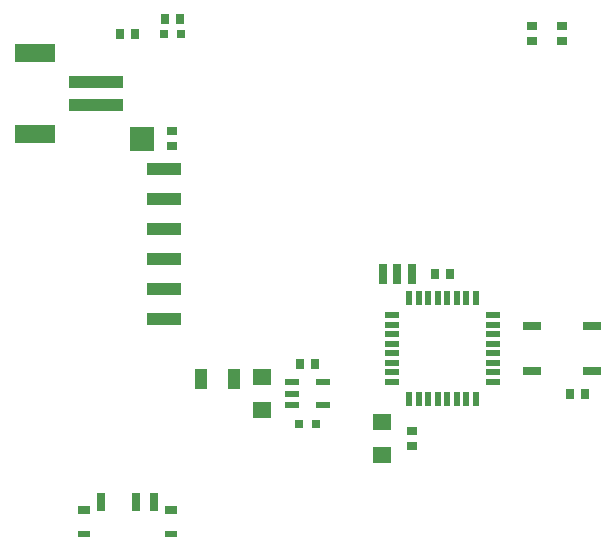
<source format=gbr>
G04 EAGLE Gerber RS-274X export*
G75*
%MOMM*%
%FSLAX34Y34*%
%LPD*%
%INSolderpaste Top*%
%IPPOS*%
%AMOC8*
5,1,8,0,0,1.08239X$1,22.5*%
G01*
%ADD10R,0.900000X0.700000*%
%ADD11R,1.600000X1.400000*%
%ADD12R,0.700000X0.900000*%
%ADD13R,1.000000X1.800000*%
%ADD14R,0.800000X0.800000*%
%ADD15R,1.524000X0.762000*%
%ADD16R,4.600000X1.000000*%
%ADD17R,3.400000X1.600000*%
%ADD18R,1.200000X0.550000*%
%ADD19R,0.700000X1.700000*%
%ADD20R,0.700000X1.500000*%
%ADD21R,1.000000X0.600000*%
%ADD22R,1.000000X0.800000*%
%ADD23R,2.032000X2.032000*%
%ADD24R,3.000000X1.000000*%
%ADD25R,0.558800X1.270000*%
%ADD26R,1.270000X0.558800*%


D10*
X342900Y95400D03*
X342900Y82400D03*
D11*
X317500Y74900D03*
X317500Y102900D03*
D12*
X247500Y152400D03*
X260500Y152400D03*
D13*
X163800Y139700D03*
X191800Y139700D03*
D14*
X261500Y101600D03*
X246500Y101600D03*
D12*
X476100Y127000D03*
X489100Y127000D03*
D15*
X444500Y184150D03*
X495300Y184150D03*
X444500Y146050D03*
X495300Y146050D03*
D12*
X361800Y228600D03*
X374800Y228600D03*
X108100Y431800D03*
X95100Y431800D03*
X146200Y444500D03*
X133200Y444500D03*
D14*
X132200Y431800D03*
X147200Y431800D03*
D16*
X75100Y371000D03*
X75100Y391000D03*
D17*
X23100Y347000D03*
X23100Y415000D03*
D18*
X240999Y136500D03*
X240999Y127000D03*
X240999Y117500D03*
X267001Y117500D03*
X267001Y136500D03*
D11*
X215900Y113000D03*
X215900Y141000D03*
D10*
X444500Y438300D03*
X444500Y425300D03*
X469900Y438300D03*
X469900Y425300D03*
D19*
X318200Y228600D03*
X330200Y228600D03*
X342200Y228600D03*
D20*
X124100Y35280D03*
X109100Y35280D03*
X79100Y35280D03*
D21*
X138100Y7780D03*
D22*
X138100Y28780D03*
D21*
X65100Y7780D03*
D22*
X65100Y28780D03*
D10*
X139700Y349400D03*
X139700Y336400D03*
D23*
X114300Y342900D03*
D24*
X132550Y241300D03*
X132550Y215900D03*
X132550Y190500D03*
X132550Y266700D03*
X132550Y292100D03*
X132550Y317500D03*
D25*
X396300Y208026D03*
X388300Y208026D03*
X380300Y208026D03*
X372300Y208026D03*
X364300Y208026D03*
X356300Y208026D03*
X348300Y208026D03*
X340300Y208026D03*
D26*
X325374Y193100D03*
X325374Y185100D03*
X325374Y177100D03*
X325374Y169100D03*
X325374Y161100D03*
X325374Y153100D03*
X325374Y145100D03*
X325374Y137100D03*
D25*
X340300Y122174D03*
X348300Y122174D03*
X356300Y122174D03*
X364300Y122174D03*
X372300Y122174D03*
X380300Y122174D03*
X388300Y122174D03*
X396300Y122174D03*
D26*
X411226Y137100D03*
X411226Y145100D03*
X411226Y153100D03*
X411226Y161100D03*
X411226Y169100D03*
X411226Y177100D03*
X411226Y185100D03*
X411226Y193100D03*
M02*

</source>
